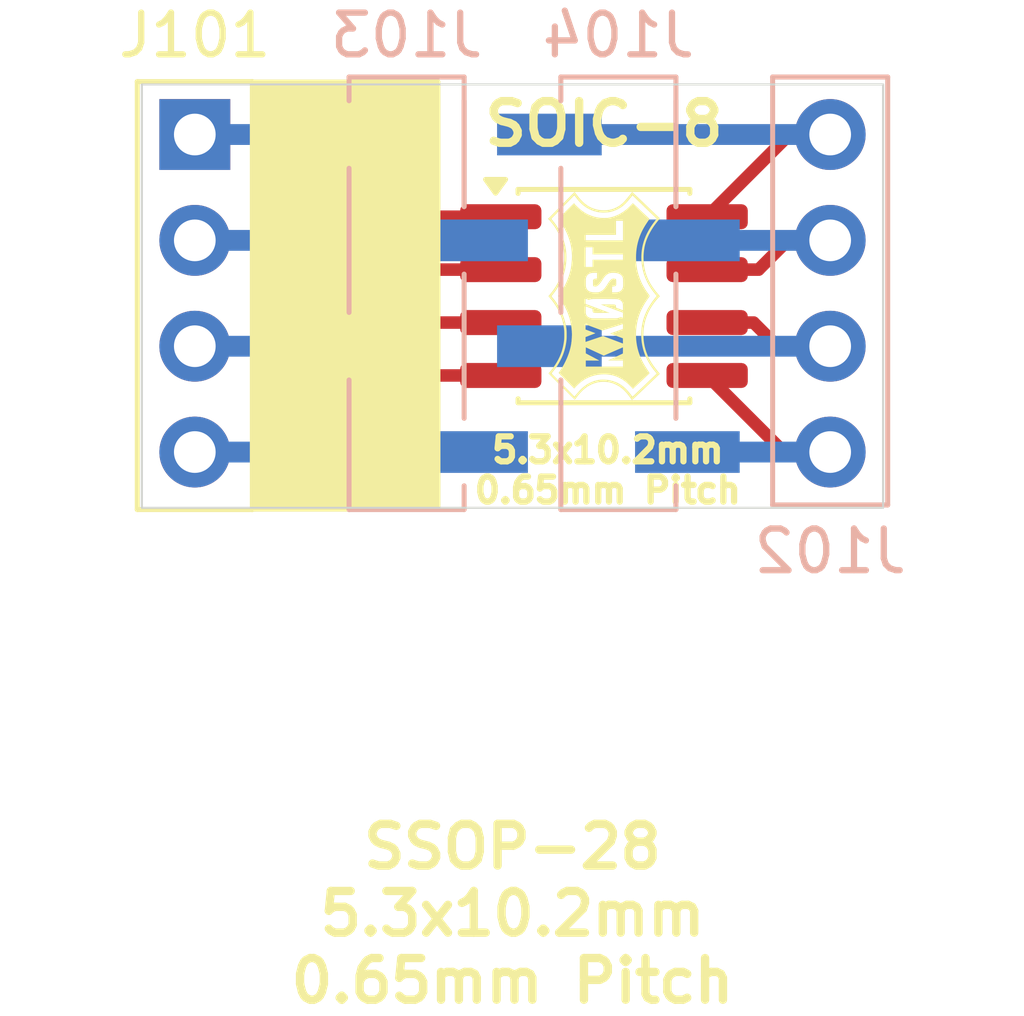
<source format=kicad_pcb>
(kicad_pcb (version 20241229) (generator "pcbnew") (generator_version "9.0")
  (layers (0 "F.Cu" signal) (2 "B.Cu" signal) (13 "F.Paste" user) (15 "B.Paste" user) (5 "F.SilkS" user "F.Silkscreen") (7 "B.SilkS" user "B.Silkscreen") (1 "F.Mask" user) (3 "B.Mask" user) (25 "Edge.Cuts" user))
  (net 0 "")
  (net 1 "/3")
  (net 2 "/6")
  (net 3 "/8")
  (net 4 "/1")
  (net 5 "/7")
  (net 6 "/2")
  (net 7 "/5")
  (net 8 "/4")
  (footprint "Connector_PinHeader_2.54mm:PinHeader_1x04_P2.54mm_Vertical" (layer "F.Cu") (at 119.126 94.996)
    (property "Reference" "J101" (at 0 -2.38 0) (layer "F.SilkS"))
    (property "Value" "Conn_01x26")
    (pad "1" thru_hole rect (at 0 0) (size 1.7 1.7) (drill 1) (layers "*.Cu" "*.Mask") (net 4 "/1"))
    (pad "2" thru_hole circle (at 0 2.54) (size 1.7 1.7) (drill 1) (layers "*.Cu" "*.Mask") (net 6 "/2"))
    (pad "3" thru_hole circle (at 0 5.08) (size 1.7 1.7) (drill 1) (layers "*.Cu" "*.Mask") (net 1 "/3"))
    (pad "4" thru_hole circle (at 0 7.62) (size 1.7 1.7) (drill 1) (layers "*.Cu" "*.Mask") (net 8 "/4"))
  )
  (footprint "libraries:Logo_5mm_inv" (layer "F.Cu") (at 128.94025 98.8735 90)
    (property "Reference" "G***" (hide yes))
    (property "Value" "LOGO" (hide yes))
  )
  (footprint "Package_SO:SOIC-8_3.9x4.9mm_P1.27mm" (layer "F.Cu") (at 128.94025 98.8735)
    (property "Reference" "U101" (hide yes))
    (property "Value" "SOIC-8" (at 0 -4.1315 0) (layer "F.SilkS") (effects (font (thickness 0.2) (bold yes))))
    (pad "1" smd roundrect (at -2.475 -1.905) (size 1.95 0.6) (layers "F.Cu" "F.Mask" "F.Paste") (net 4 "/1"))
    (pad "2" smd roundrect (at -2.475 -0.635) (size 1.95 0.6) (layers "F.Cu" "F.Mask" "F.Paste") (net 6 "/2"))
    (pad "3" smd roundrect (at -2.475 0.635) (size 1.95 0.6) (layers "F.Cu" "F.Mask" "F.Paste") (net 1 "/3"))
    (pad "4" smd roundrect (at -2.475 1.905) (size 1.95 0.6) (layers "F.Cu" "F.Mask" "F.Paste") (net 8 "/4"))
    (pad "5" smd roundrect (at 2.475 1.905) (size 1.95 0.6) (layers "F.Cu" "F.Mask" "F.Paste") (net 7 "/5"))
    (pad "6" smd roundrect (at 2.475 0.635) (size 1.95 0.6) (layers "F.Cu" "F.Mask" "F.Paste") (net 2 "/6"))
    (pad "7" smd roundrect (at 2.475 -0.635) (size 1.95 0.6) (layers "F.Cu" "F.Mask" "F.Paste") (net 5 "/7"))
    (pad "8" smd roundrect (at 2.475 -1.905) (size 1.95 0.6) (layers "F.Cu" "F.Mask" "F.Paste") (net 3 "/8"))
  )
  (footprint "Connector_PinHeader_2.54mm:PinHeader_1x04_P2.54mm_Vertical_SMD_Pin1Right" (layer "B.Cu") (at 124.206 98.806 180)
    (property "Reference" "J103" (at 0 6.19 0) (layer "B.SilkS") (effects (justify mirror)))
    (property "Value" "Conn_01x26")
    (pad "1" smd rect (at 1.655 3.81 180) (size 2.51 1) (layers "B.Cu" "B.Mask" "B.Paste") (net 4 "/1"))
    (pad "2" smd rect (at -1.655 1.27 180) (size 2.51 1) (layers "B.Cu" "B.Mask" "B.Paste") (net 6 "/2"))
    (pad "3" smd rect (at 1.655 -1.27 180) (size 2.51 1) (layers "B.Cu" "B.Mask" "B.Paste") (net 1 "/3"))
    (pad "4" smd rect (at -1.655 -3.81 180) (size 2.51 1) (layers "B.Cu" "B.Mask" "B.Paste") (net 8 "/4"))
  )
  (footprint "Connector_PinHeader_2.54mm:PinHeader_1x04_P2.54mm_Vertical_SMD_Pin1Right" (layer "B.Cu") (at 129.286 98.806 180)
    (property "Reference" "J104" (at 0 6.19 0) (layer "B.SilkS") (effects (justify mirror)))
    (property "Value" "Conn_01x26")
    (pad "1" smd rect (at 1.655 3.81 180) (size 2.51 1) (layers "B.Cu" "B.Mask" "B.Paste") (net 7 "/5"))
    (pad "2" smd rect (at -1.655 1.27 180) (size 2.51 1) (layers "B.Cu" "B.Mask" "B.Paste") (net 2 "/6"))
    (pad "3" smd rect (at 1.655 -1.27 180) (size 2.51 1) (layers "B.Cu" "B.Mask" "B.Paste") (net 5 "/7"))
    (pad "4" smd rect (at -1.655 -3.81 180) (size 2.51 1) (layers "B.Cu" "B.Mask" "B.Paste") (net 3 "/8"))
  )
  (footprint "Connector_PinHeader_2.54mm:PinHeader_1x04_P2.54mm_Vertical" (layer "B.Cu") (at 134.366 102.616)
    (property "Reference" "J102" (at 0 2.38 0) (layer "B.SilkS") (effects (justify mirror)))
    (property "Value" "Conn_01x26")
    (pad "1" thru_hole circle (at 0 0) (size 1.7 1.7) (drill 1) (layers "*.Cu" "*.Mask") (net 7 "/5"))
    (pad "2" thru_hole circle (at 0 -2.54) (size 1.7 1.7) (drill 1) (layers "*.Cu" "*.Mask") (net 2 "/6"))
    (pad "3" thru_hole circle (at 0 -5.079999) (size 1.7 1.7) (drill 1) (layers "*.Cu" "*.Mask") (net 5 "/7"))
    (pad "4" thru_hole circle (at 0 -7.62) (size 1.7 1.7) (drill 1) (layers "*.Cu" "*.Mask") (net 3 "/8"))
  )
  (gr_rect (start 120.506 93.726) (end 124.968 103.996) (stroke (width 0.1)) (fill yes) (layer "F.SilkS"))
  (gr_rect (start 117.856 93.7935) (end 135.636 103.9535) (stroke (width 0.05)) (fill no) (layer "Edge.Cuts"))
  (gr_text "SSOP-28\n5.3x10.2mm\n0.65mm Pitch" (at 126.746 115.8915 0) (layer "F.SilkS") (effects (font (size 1 1) (thickness 0.2) (bold yes)) (justify bottom)))
  (gr_text "5.3x10.2mm\n0.65mm Pitch" (at 129.032 103.886 0) (layer "F.SilkS") (effects (font (size 0.6 0.6) (thickness 0.15) (bold yes)) (justify bottom)))
  (segment (start 119.126 100.076) (end 122.174 100.076) (width 0.3) (layer "F.Cu") (net 1))
  (segment (start 122.174 100.076) (end 122.7415 99.5085) (width 0.3) (layer "F.Cu") (net 1))
  (segment (start 122.7415 99.5085) (end 126.46525 99.5085) (width 0.3) (layer "F.Cu") (net 1))
  (segment (start 119.126 100.076) (end 122.551 100.076) (width 0.5) (layer "B.Cu") (net 1))
  (segment (start 132.5285 99.5085) (end 133.096 100.076) (width 0.3) (layer "F.Cu") (net 2))
  (segment (start 131.41525 99.5085) (end 132.5285 99.5085) (width 0.3) (layer "F.Cu") (net 2))
  (segment (start 133.096 100.076) (end 134.366 100.076) (width 0.3) (layer "F.Cu") (net 2))
  (segment (start 134.366 97.536) (end 130.941 97.536) (width 0.5) (layer "B.Cu") (net 2))
  (segment (start 131.41525 96.9685) (end 133.38775 94.996) (width 0.3) (layer "F.Cu") (net 3))
  (segment (start 133.38775 94.996) (end 134.366 94.996) (width 0.3) (layer "F.Cu") (net 3))
  (segment (start 134.366 102.616) (end 130.941 102.616) (width 0.5) (layer "B.Cu") (net 3))
  (segment (start 124.271 96.9685) (end 122.2985 94.996) (width 0.3) (layer "F.Cu") (net 4))
  (segment (start 124.271 96.9685) (end 126.46525 96.9685) (width 0.3) (layer "F.Cu") (net 4))
  (segment (start 122.2985 94.996) (end 119.126 94.996) (width 0.3) (layer "F.Cu") (net 4))
  (segment (start 119.126 94.996) (end 122.551 94.996) (width 0.5) (layer "B.Cu") (net 4))
  (segment (start 131.41525 98.2385) (end 132.6475 98.2385) (width 0.3) (layer "F.Cu") (net 5))
  (segment (start 133.349999 97.536001) (end 134.366 97.536001) (width 0.3) (layer "F.Cu") (net 5))
  (segment (start 132.6475 98.2385) (end 133.349999 97.536001) (width 0.3) (layer "F.Cu") (net 5))
  (segment (start 127.631 100.076) (end 134.366 100.076) (width 0.5) (layer "B.Cu") (net 5))
  (segment (start 122.8765 98.2385) (end 126.46525 98.2385) (width 0.3) (layer "F.Cu") (net 6))
  (segment (start 122.174 97.536) (end 122.8765 98.2385) (width 0.3) (layer "F.Cu") (net 6))
  (segment (start 119.126 97.536) (end 122.174 97.536) (width 0.3) (layer "F.Cu") (net 6))
  (segment (start 125.861 97.536) (end 119.126 97.536) (width 0.5) (layer "B.Cu") (net 6))
  (segment (start 131.41525 100.7785) (end 133.25275 102.616) (width 0.3) (layer "F.Cu") (net 7))
  (segment (start 127.631 94.996) (end 134.366 94.996) (width 0.5) (layer "B.Cu") (net 7))
  (segment (start 122.4335 102.616) (end 119.126 102.616) (width 0.3) (layer "F.Cu") (net 8))
  (segment (start 124.271 100.7785) (end 122.4335 102.616) (width 0.3) (layer "F.Cu") (net 8))
  (segment (start 124.271 100.7785) (end 126.46525 100.7785) (width 0.3) (layer "F.Cu") (net 8))
  (segment (start 125.861 102.616) (end 119.126 102.616) (width 0.5) (layer "B.Cu") (net 8))
)
</source>
